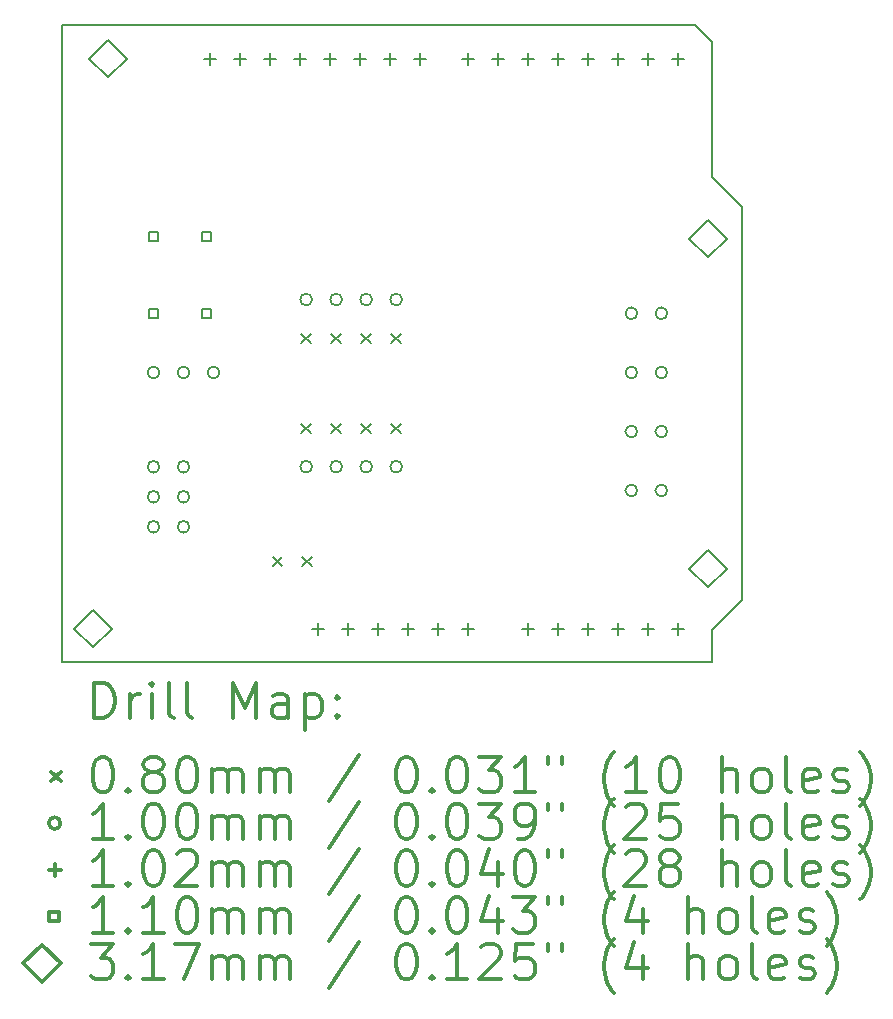
<source format=gbr>
%FSLAX45Y45*%
G04 Gerber Fmt 4.5, Leading zero omitted, Abs format (unit mm)*
G04 Created by KiCad (PCBNEW (5.0.0)) date 10/05/18 03:01:42*
%MOMM*%
%LPD*%
G01*
G04 APERTURE LIST*
%ADD10C,0.200000*%
%ADD11C,0.300000*%
G04 APERTURE END LIST*
D10*
X19478640Y-9426760D02*
X19478640Y-6099360D01*
X19082400Y-4560120D02*
X13723000Y-4560120D01*
X19224640Y-4702360D02*
X19082400Y-4560120D01*
X19224640Y-5845360D02*
X19224640Y-4702360D01*
X19478640Y-6099360D02*
X19224640Y-5845360D01*
X19224640Y-9680760D02*
X19478640Y-9426760D01*
X19224640Y-9950000D02*
X19224640Y-9680760D01*
X13723000Y-9950000D02*
X19224640Y-9950000D01*
X13723000Y-4560120D02*
X13723000Y-9950000D01*
D10*
X15751271Y-7170857D02*
X15831271Y-7250857D01*
X15831271Y-7170857D02*
X15751271Y-7250857D01*
X15751271Y-7932857D02*
X15831271Y-8012857D01*
X15831271Y-7932857D02*
X15751271Y-8012857D01*
X16005271Y-7170857D02*
X16085271Y-7250857D01*
X16085271Y-7170857D02*
X16005271Y-7250857D01*
X16005271Y-7932857D02*
X16085271Y-8012857D01*
X16085271Y-7932857D02*
X16005271Y-8012857D01*
X16259271Y-7170857D02*
X16339271Y-7250857D01*
X16339271Y-7170857D02*
X16259271Y-7250857D01*
X16259271Y-7932857D02*
X16339271Y-8012857D01*
X16339271Y-7932857D02*
X16259271Y-8012857D01*
X16513271Y-7170857D02*
X16593271Y-7250857D01*
X16593271Y-7170857D02*
X16513271Y-7250857D01*
X16513271Y-7932857D02*
X16593271Y-8012857D01*
X16593271Y-7932857D02*
X16513271Y-8012857D01*
X15510000Y-9060000D02*
X15590000Y-9140000D01*
X15590000Y-9060000D02*
X15510000Y-9140000D01*
X15760000Y-9060000D02*
X15840000Y-9140000D01*
X15840000Y-9060000D02*
X15760000Y-9140000D01*
X14550000Y-7500000D02*
G75*
G03X14550000Y-7500000I-50000J0D01*
G01*
X14804000Y-7500000D02*
G75*
G03X14804000Y-7500000I-50000J0D01*
G01*
X15058000Y-7500000D02*
G75*
G03X15058000Y-7500000I-50000J0D01*
G01*
X15842877Y-8298189D02*
G75*
G03X15842877Y-8298189I-50000J0D01*
G01*
X16096877Y-8298189D02*
G75*
G03X16096877Y-8298189I-50000J0D01*
G01*
X16350877Y-8298189D02*
G75*
G03X16350877Y-8298189I-50000J0D01*
G01*
X16604877Y-8298189D02*
G75*
G03X16604877Y-8298189I-50000J0D01*
G01*
X15841861Y-6882901D02*
G75*
G03X15841861Y-6882901I-50000J0D01*
G01*
X16095861Y-6882901D02*
G75*
G03X16095861Y-6882901I-50000J0D01*
G01*
X16349861Y-6882901D02*
G75*
G03X16349861Y-6882901I-50000J0D01*
G01*
X16603861Y-6882901D02*
G75*
G03X16603861Y-6882901I-50000J0D01*
G01*
X18596000Y-8500000D02*
G75*
G03X18596000Y-8500000I-50000J0D01*
G01*
X18850000Y-8500000D02*
G75*
G03X18850000Y-8500000I-50000J0D01*
G01*
X14550000Y-8300000D02*
G75*
G03X14550000Y-8300000I-50000J0D01*
G01*
X14550000Y-8554000D02*
G75*
G03X14550000Y-8554000I-50000J0D01*
G01*
X14550000Y-8808000D02*
G75*
G03X14550000Y-8808000I-50000J0D01*
G01*
X14804000Y-8300000D02*
G75*
G03X14804000Y-8300000I-50000J0D01*
G01*
X14804000Y-8554000D02*
G75*
G03X14804000Y-8554000I-50000J0D01*
G01*
X14804000Y-8808000D02*
G75*
G03X14804000Y-8808000I-50000J0D01*
G01*
X18596000Y-8000000D02*
G75*
G03X18596000Y-8000000I-50000J0D01*
G01*
X18850000Y-8000000D02*
G75*
G03X18850000Y-8000000I-50000J0D01*
G01*
X18596000Y-7000000D02*
G75*
G03X18596000Y-7000000I-50000J0D01*
G01*
X18850000Y-7000000D02*
G75*
G03X18850000Y-7000000I-50000J0D01*
G01*
X18596000Y-7500000D02*
G75*
G03X18596000Y-7500000I-50000J0D01*
G01*
X18850000Y-7500000D02*
G75*
G03X18850000Y-7500000I-50000J0D01*
G01*
X14977600Y-4792250D02*
X14977600Y-4893850D01*
X14926800Y-4843050D02*
X15028400Y-4843050D01*
X15231600Y-4792250D02*
X15231600Y-4893850D01*
X15180800Y-4843050D02*
X15282400Y-4843050D01*
X15485600Y-4792250D02*
X15485600Y-4893850D01*
X15434800Y-4843050D02*
X15536400Y-4843050D01*
X15739600Y-4792250D02*
X15739600Y-4893850D01*
X15688800Y-4843050D02*
X15790400Y-4843050D01*
X15892000Y-9618250D02*
X15892000Y-9719850D01*
X15841200Y-9669050D02*
X15942800Y-9669050D01*
X15993600Y-4792250D02*
X15993600Y-4893850D01*
X15942800Y-4843050D02*
X16044400Y-4843050D01*
X16146000Y-9618250D02*
X16146000Y-9719850D01*
X16095200Y-9669050D02*
X16196800Y-9669050D01*
X16247600Y-4792250D02*
X16247600Y-4893850D01*
X16196800Y-4843050D02*
X16298400Y-4843050D01*
X16400000Y-9618250D02*
X16400000Y-9719850D01*
X16349200Y-9669050D02*
X16450800Y-9669050D01*
X16501600Y-4792250D02*
X16501600Y-4893850D01*
X16450800Y-4843050D02*
X16552400Y-4843050D01*
X16654000Y-9618250D02*
X16654000Y-9719850D01*
X16603200Y-9669050D02*
X16704800Y-9669050D01*
X16755600Y-4792250D02*
X16755600Y-4893850D01*
X16704800Y-4843050D02*
X16806400Y-4843050D01*
X16908000Y-9618250D02*
X16908000Y-9719850D01*
X16857200Y-9669050D02*
X16958800Y-9669050D01*
X17162000Y-4792250D02*
X17162000Y-4893850D01*
X17111200Y-4843050D02*
X17212800Y-4843050D01*
X17162000Y-9618250D02*
X17162000Y-9719850D01*
X17111200Y-9669050D02*
X17212800Y-9669050D01*
X17416000Y-4792250D02*
X17416000Y-4893850D01*
X17365200Y-4843050D02*
X17466800Y-4843050D01*
X17670000Y-4792250D02*
X17670000Y-4893850D01*
X17619200Y-4843050D02*
X17720800Y-4843050D01*
X17670000Y-9618250D02*
X17670000Y-9719850D01*
X17619200Y-9669050D02*
X17720800Y-9669050D01*
X17924000Y-4792250D02*
X17924000Y-4893850D01*
X17873200Y-4843050D02*
X17974800Y-4843050D01*
X17924000Y-9618250D02*
X17924000Y-9719850D01*
X17873200Y-9669050D02*
X17974800Y-9669050D01*
X18178000Y-4792250D02*
X18178000Y-4893850D01*
X18127200Y-4843050D02*
X18228800Y-4843050D01*
X18178000Y-9618250D02*
X18178000Y-9719850D01*
X18127200Y-9669050D02*
X18228800Y-9669050D01*
X18432000Y-4792250D02*
X18432000Y-4893850D01*
X18381200Y-4843050D02*
X18482800Y-4843050D01*
X18432000Y-9618250D02*
X18432000Y-9719850D01*
X18381200Y-9669050D02*
X18482800Y-9669050D01*
X18686000Y-4792250D02*
X18686000Y-4893850D01*
X18635200Y-4843050D02*
X18736800Y-4843050D01*
X18686000Y-9618250D02*
X18686000Y-9719850D01*
X18635200Y-9669050D02*
X18736800Y-9669050D01*
X18940000Y-4792250D02*
X18940000Y-4893850D01*
X18889200Y-4843050D02*
X18990800Y-4843050D01*
X18940000Y-9618250D02*
X18940000Y-9719850D01*
X18889200Y-9669050D02*
X18990800Y-9669050D01*
X14538891Y-6388891D02*
X14538891Y-6311109D01*
X14461109Y-6311109D01*
X14461109Y-6388891D01*
X14538891Y-6388891D01*
X14538891Y-7038891D02*
X14538891Y-6961109D01*
X14461109Y-6961109D01*
X14461109Y-7038891D01*
X14538891Y-7038891D01*
X14988891Y-6388891D02*
X14988891Y-6311109D01*
X14911109Y-6311109D01*
X14911109Y-6388891D01*
X14988891Y-6388891D01*
X14988891Y-7038891D02*
X14988891Y-6961109D01*
X14911109Y-6961109D01*
X14911109Y-7038891D01*
X14988891Y-7038891D01*
X13987000Y-9827800D02*
X14145750Y-9669050D01*
X13987000Y-9510300D01*
X13828250Y-9669050D01*
X13987000Y-9827800D01*
X14114000Y-5001800D02*
X14272750Y-4843050D01*
X14114000Y-4684300D01*
X13955250Y-4843050D01*
X14114000Y-5001800D01*
X19194000Y-6525800D02*
X19352750Y-6367050D01*
X19194000Y-6208300D01*
X19035250Y-6367050D01*
X19194000Y-6525800D01*
X19194000Y-9319800D02*
X19352750Y-9161050D01*
X19194000Y-9002300D01*
X19035250Y-9161050D01*
X19194000Y-9319800D01*
D11*
X13999428Y-10425714D02*
X13999428Y-10125714D01*
X14070857Y-10125714D01*
X14113714Y-10140000D01*
X14142286Y-10168572D01*
X14156571Y-10197143D01*
X14170857Y-10254286D01*
X14170857Y-10297143D01*
X14156571Y-10354286D01*
X14142286Y-10382857D01*
X14113714Y-10411429D01*
X14070857Y-10425714D01*
X13999428Y-10425714D01*
X14299428Y-10425714D02*
X14299428Y-10225714D01*
X14299428Y-10282857D02*
X14313714Y-10254286D01*
X14328000Y-10240000D01*
X14356571Y-10225714D01*
X14385143Y-10225714D01*
X14485143Y-10425714D02*
X14485143Y-10225714D01*
X14485143Y-10125714D02*
X14470857Y-10140000D01*
X14485143Y-10154286D01*
X14499428Y-10140000D01*
X14485143Y-10125714D01*
X14485143Y-10154286D01*
X14670857Y-10425714D02*
X14642286Y-10411429D01*
X14628000Y-10382857D01*
X14628000Y-10125714D01*
X14828000Y-10425714D02*
X14799428Y-10411429D01*
X14785143Y-10382857D01*
X14785143Y-10125714D01*
X15170857Y-10425714D02*
X15170857Y-10125714D01*
X15270857Y-10340000D01*
X15370857Y-10125714D01*
X15370857Y-10425714D01*
X15642286Y-10425714D02*
X15642286Y-10268572D01*
X15628000Y-10240000D01*
X15599428Y-10225714D01*
X15542286Y-10225714D01*
X15513714Y-10240000D01*
X15642286Y-10411429D02*
X15613714Y-10425714D01*
X15542286Y-10425714D01*
X15513714Y-10411429D01*
X15499428Y-10382857D01*
X15499428Y-10354286D01*
X15513714Y-10325714D01*
X15542286Y-10311429D01*
X15613714Y-10311429D01*
X15642286Y-10297143D01*
X15785143Y-10225714D02*
X15785143Y-10525714D01*
X15785143Y-10240000D02*
X15813714Y-10225714D01*
X15870857Y-10225714D01*
X15899428Y-10240000D01*
X15913714Y-10254286D01*
X15928000Y-10282857D01*
X15928000Y-10368572D01*
X15913714Y-10397143D01*
X15899428Y-10411429D01*
X15870857Y-10425714D01*
X15813714Y-10425714D01*
X15785143Y-10411429D01*
X16056571Y-10397143D02*
X16070857Y-10411429D01*
X16056571Y-10425714D01*
X16042286Y-10411429D01*
X16056571Y-10397143D01*
X16056571Y-10425714D01*
X16056571Y-10240000D02*
X16070857Y-10254286D01*
X16056571Y-10268572D01*
X16042286Y-10254286D01*
X16056571Y-10240000D01*
X16056571Y-10268572D01*
X13633000Y-10880000D02*
X13713000Y-10960000D01*
X13713000Y-10880000D02*
X13633000Y-10960000D01*
X14056571Y-10755714D02*
X14085143Y-10755714D01*
X14113714Y-10770000D01*
X14128000Y-10784286D01*
X14142286Y-10812857D01*
X14156571Y-10870000D01*
X14156571Y-10941429D01*
X14142286Y-10998572D01*
X14128000Y-11027143D01*
X14113714Y-11041429D01*
X14085143Y-11055714D01*
X14056571Y-11055714D01*
X14028000Y-11041429D01*
X14013714Y-11027143D01*
X13999428Y-10998572D01*
X13985143Y-10941429D01*
X13985143Y-10870000D01*
X13999428Y-10812857D01*
X14013714Y-10784286D01*
X14028000Y-10770000D01*
X14056571Y-10755714D01*
X14285143Y-11027143D02*
X14299428Y-11041429D01*
X14285143Y-11055714D01*
X14270857Y-11041429D01*
X14285143Y-11027143D01*
X14285143Y-11055714D01*
X14470857Y-10884286D02*
X14442286Y-10870000D01*
X14428000Y-10855714D01*
X14413714Y-10827143D01*
X14413714Y-10812857D01*
X14428000Y-10784286D01*
X14442286Y-10770000D01*
X14470857Y-10755714D01*
X14528000Y-10755714D01*
X14556571Y-10770000D01*
X14570857Y-10784286D01*
X14585143Y-10812857D01*
X14585143Y-10827143D01*
X14570857Y-10855714D01*
X14556571Y-10870000D01*
X14528000Y-10884286D01*
X14470857Y-10884286D01*
X14442286Y-10898572D01*
X14428000Y-10912857D01*
X14413714Y-10941429D01*
X14413714Y-10998572D01*
X14428000Y-11027143D01*
X14442286Y-11041429D01*
X14470857Y-11055714D01*
X14528000Y-11055714D01*
X14556571Y-11041429D01*
X14570857Y-11027143D01*
X14585143Y-10998572D01*
X14585143Y-10941429D01*
X14570857Y-10912857D01*
X14556571Y-10898572D01*
X14528000Y-10884286D01*
X14770857Y-10755714D02*
X14799428Y-10755714D01*
X14828000Y-10770000D01*
X14842286Y-10784286D01*
X14856571Y-10812857D01*
X14870857Y-10870000D01*
X14870857Y-10941429D01*
X14856571Y-10998572D01*
X14842286Y-11027143D01*
X14828000Y-11041429D01*
X14799428Y-11055714D01*
X14770857Y-11055714D01*
X14742286Y-11041429D01*
X14728000Y-11027143D01*
X14713714Y-10998572D01*
X14699428Y-10941429D01*
X14699428Y-10870000D01*
X14713714Y-10812857D01*
X14728000Y-10784286D01*
X14742286Y-10770000D01*
X14770857Y-10755714D01*
X14999428Y-11055714D02*
X14999428Y-10855714D01*
X14999428Y-10884286D02*
X15013714Y-10870000D01*
X15042286Y-10855714D01*
X15085143Y-10855714D01*
X15113714Y-10870000D01*
X15128000Y-10898572D01*
X15128000Y-11055714D01*
X15128000Y-10898572D02*
X15142286Y-10870000D01*
X15170857Y-10855714D01*
X15213714Y-10855714D01*
X15242286Y-10870000D01*
X15256571Y-10898572D01*
X15256571Y-11055714D01*
X15399428Y-11055714D02*
X15399428Y-10855714D01*
X15399428Y-10884286D02*
X15413714Y-10870000D01*
X15442286Y-10855714D01*
X15485143Y-10855714D01*
X15513714Y-10870000D01*
X15528000Y-10898572D01*
X15528000Y-11055714D01*
X15528000Y-10898572D02*
X15542286Y-10870000D01*
X15570857Y-10855714D01*
X15613714Y-10855714D01*
X15642286Y-10870000D01*
X15656571Y-10898572D01*
X15656571Y-11055714D01*
X16242286Y-10741429D02*
X15985143Y-11127143D01*
X16628000Y-10755714D02*
X16656571Y-10755714D01*
X16685143Y-10770000D01*
X16699428Y-10784286D01*
X16713714Y-10812857D01*
X16728000Y-10870000D01*
X16728000Y-10941429D01*
X16713714Y-10998572D01*
X16699428Y-11027143D01*
X16685143Y-11041429D01*
X16656571Y-11055714D01*
X16628000Y-11055714D01*
X16599428Y-11041429D01*
X16585143Y-11027143D01*
X16570857Y-10998572D01*
X16556571Y-10941429D01*
X16556571Y-10870000D01*
X16570857Y-10812857D01*
X16585143Y-10784286D01*
X16599428Y-10770000D01*
X16628000Y-10755714D01*
X16856571Y-11027143D02*
X16870857Y-11041429D01*
X16856571Y-11055714D01*
X16842286Y-11041429D01*
X16856571Y-11027143D01*
X16856571Y-11055714D01*
X17056571Y-10755714D02*
X17085143Y-10755714D01*
X17113714Y-10770000D01*
X17128000Y-10784286D01*
X17142286Y-10812857D01*
X17156571Y-10870000D01*
X17156571Y-10941429D01*
X17142286Y-10998572D01*
X17128000Y-11027143D01*
X17113714Y-11041429D01*
X17085143Y-11055714D01*
X17056571Y-11055714D01*
X17028000Y-11041429D01*
X17013714Y-11027143D01*
X16999428Y-10998572D01*
X16985143Y-10941429D01*
X16985143Y-10870000D01*
X16999428Y-10812857D01*
X17013714Y-10784286D01*
X17028000Y-10770000D01*
X17056571Y-10755714D01*
X17256571Y-10755714D02*
X17442286Y-10755714D01*
X17342286Y-10870000D01*
X17385143Y-10870000D01*
X17413714Y-10884286D01*
X17428000Y-10898572D01*
X17442286Y-10927143D01*
X17442286Y-10998572D01*
X17428000Y-11027143D01*
X17413714Y-11041429D01*
X17385143Y-11055714D01*
X17299428Y-11055714D01*
X17270857Y-11041429D01*
X17256571Y-11027143D01*
X17728000Y-11055714D02*
X17556571Y-11055714D01*
X17642286Y-11055714D02*
X17642286Y-10755714D01*
X17613714Y-10798572D01*
X17585143Y-10827143D01*
X17556571Y-10841429D01*
X17842286Y-10755714D02*
X17842286Y-10812857D01*
X17956571Y-10755714D02*
X17956571Y-10812857D01*
X18399428Y-11170000D02*
X18385143Y-11155714D01*
X18356571Y-11112857D01*
X18342286Y-11084286D01*
X18328000Y-11041429D01*
X18313714Y-10970000D01*
X18313714Y-10912857D01*
X18328000Y-10841429D01*
X18342286Y-10798572D01*
X18356571Y-10770000D01*
X18385143Y-10727143D01*
X18399428Y-10712857D01*
X18670857Y-11055714D02*
X18499428Y-11055714D01*
X18585143Y-11055714D02*
X18585143Y-10755714D01*
X18556571Y-10798572D01*
X18528000Y-10827143D01*
X18499428Y-10841429D01*
X18856571Y-10755714D02*
X18885143Y-10755714D01*
X18913714Y-10770000D01*
X18928000Y-10784286D01*
X18942286Y-10812857D01*
X18956571Y-10870000D01*
X18956571Y-10941429D01*
X18942286Y-10998572D01*
X18928000Y-11027143D01*
X18913714Y-11041429D01*
X18885143Y-11055714D01*
X18856571Y-11055714D01*
X18828000Y-11041429D01*
X18813714Y-11027143D01*
X18799428Y-10998572D01*
X18785143Y-10941429D01*
X18785143Y-10870000D01*
X18799428Y-10812857D01*
X18813714Y-10784286D01*
X18828000Y-10770000D01*
X18856571Y-10755714D01*
X19313714Y-11055714D02*
X19313714Y-10755714D01*
X19442286Y-11055714D02*
X19442286Y-10898572D01*
X19428000Y-10870000D01*
X19399428Y-10855714D01*
X19356571Y-10855714D01*
X19328000Y-10870000D01*
X19313714Y-10884286D01*
X19628000Y-11055714D02*
X19599428Y-11041429D01*
X19585143Y-11027143D01*
X19570857Y-10998572D01*
X19570857Y-10912857D01*
X19585143Y-10884286D01*
X19599428Y-10870000D01*
X19628000Y-10855714D01*
X19670857Y-10855714D01*
X19699428Y-10870000D01*
X19713714Y-10884286D01*
X19728000Y-10912857D01*
X19728000Y-10998572D01*
X19713714Y-11027143D01*
X19699428Y-11041429D01*
X19670857Y-11055714D01*
X19628000Y-11055714D01*
X19899428Y-11055714D02*
X19870857Y-11041429D01*
X19856571Y-11012857D01*
X19856571Y-10755714D01*
X20128000Y-11041429D02*
X20099428Y-11055714D01*
X20042286Y-11055714D01*
X20013714Y-11041429D01*
X19999428Y-11012857D01*
X19999428Y-10898572D01*
X20013714Y-10870000D01*
X20042286Y-10855714D01*
X20099428Y-10855714D01*
X20128000Y-10870000D01*
X20142286Y-10898572D01*
X20142286Y-10927143D01*
X19999428Y-10955714D01*
X20256571Y-11041429D02*
X20285143Y-11055714D01*
X20342286Y-11055714D01*
X20370857Y-11041429D01*
X20385143Y-11012857D01*
X20385143Y-10998572D01*
X20370857Y-10970000D01*
X20342286Y-10955714D01*
X20299428Y-10955714D01*
X20270857Y-10941429D01*
X20256571Y-10912857D01*
X20256571Y-10898572D01*
X20270857Y-10870000D01*
X20299428Y-10855714D01*
X20342286Y-10855714D01*
X20370857Y-10870000D01*
X20485143Y-11170000D02*
X20499428Y-11155714D01*
X20528000Y-11112857D01*
X20542286Y-11084286D01*
X20556571Y-11041429D01*
X20570857Y-10970000D01*
X20570857Y-10912857D01*
X20556571Y-10841429D01*
X20542286Y-10798572D01*
X20528000Y-10770000D01*
X20499428Y-10727143D01*
X20485143Y-10712857D01*
X13713000Y-11316000D02*
G75*
G03X13713000Y-11316000I-50000J0D01*
G01*
X14156571Y-11451714D02*
X13985143Y-11451714D01*
X14070857Y-11451714D02*
X14070857Y-11151714D01*
X14042286Y-11194571D01*
X14013714Y-11223143D01*
X13985143Y-11237429D01*
X14285143Y-11423143D02*
X14299428Y-11437429D01*
X14285143Y-11451714D01*
X14270857Y-11437429D01*
X14285143Y-11423143D01*
X14285143Y-11451714D01*
X14485143Y-11151714D02*
X14513714Y-11151714D01*
X14542286Y-11166000D01*
X14556571Y-11180286D01*
X14570857Y-11208857D01*
X14585143Y-11266000D01*
X14585143Y-11337429D01*
X14570857Y-11394571D01*
X14556571Y-11423143D01*
X14542286Y-11437429D01*
X14513714Y-11451714D01*
X14485143Y-11451714D01*
X14456571Y-11437429D01*
X14442286Y-11423143D01*
X14428000Y-11394571D01*
X14413714Y-11337429D01*
X14413714Y-11266000D01*
X14428000Y-11208857D01*
X14442286Y-11180286D01*
X14456571Y-11166000D01*
X14485143Y-11151714D01*
X14770857Y-11151714D02*
X14799428Y-11151714D01*
X14828000Y-11166000D01*
X14842286Y-11180286D01*
X14856571Y-11208857D01*
X14870857Y-11266000D01*
X14870857Y-11337429D01*
X14856571Y-11394571D01*
X14842286Y-11423143D01*
X14828000Y-11437429D01*
X14799428Y-11451714D01*
X14770857Y-11451714D01*
X14742286Y-11437429D01*
X14728000Y-11423143D01*
X14713714Y-11394571D01*
X14699428Y-11337429D01*
X14699428Y-11266000D01*
X14713714Y-11208857D01*
X14728000Y-11180286D01*
X14742286Y-11166000D01*
X14770857Y-11151714D01*
X14999428Y-11451714D02*
X14999428Y-11251714D01*
X14999428Y-11280286D02*
X15013714Y-11266000D01*
X15042286Y-11251714D01*
X15085143Y-11251714D01*
X15113714Y-11266000D01*
X15128000Y-11294571D01*
X15128000Y-11451714D01*
X15128000Y-11294571D02*
X15142286Y-11266000D01*
X15170857Y-11251714D01*
X15213714Y-11251714D01*
X15242286Y-11266000D01*
X15256571Y-11294571D01*
X15256571Y-11451714D01*
X15399428Y-11451714D02*
X15399428Y-11251714D01*
X15399428Y-11280286D02*
X15413714Y-11266000D01*
X15442286Y-11251714D01*
X15485143Y-11251714D01*
X15513714Y-11266000D01*
X15528000Y-11294571D01*
X15528000Y-11451714D01*
X15528000Y-11294571D02*
X15542286Y-11266000D01*
X15570857Y-11251714D01*
X15613714Y-11251714D01*
X15642286Y-11266000D01*
X15656571Y-11294571D01*
X15656571Y-11451714D01*
X16242286Y-11137429D02*
X15985143Y-11523143D01*
X16628000Y-11151714D02*
X16656571Y-11151714D01*
X16685143Y-11166000D01*
X16699428Y-11180286D01*
X16713714Y-11208857D01*
X16728000Y-11266000D01*
X16728000Y-11337429D01*
X16713714Y-11394571D01*
X16699428Y-11423143D01*
X16685143Y-11437429D01*
X16656571Y-11451714D01*
X16628000Y-11451714D01*
X16599428Y-11437429D01*
X16585143Y-11423143D01*
X16570857Y-11394571D01*
X16556571Y-11337429D01*
X16556571Y-11266000D01*
X16570857Y-11208857D01*
X16585143Y-11180286D01*
X16599428Y-11166000D01*
X16628000Y-11151714D01*
X16856571Y-11423143D02*
X16870857Y-11437429D01*
X16856571Y-11451714D01*
X16842286Y-11437429D01*
X16856571Y-11423143D01*
X16856571Y-11451714D01*
X17056571Y-11151714D02*
X17085143Y-11151714D01*
X17113714Y-11166000D01*
X17128000Y-11180286D01*
X17142286Y-11208857D01*
X17156571Y-11266000D01*
X17156571Y-11337429D01*
X17142286Y-11394571D01*
X17128000Y-11423143D01*
X17113714Y-11437429D01*
X17085143Y-11451714D01*
X17056571Y-11451714D01*
X17028000Y-11437429D01*
X17013714Y-11423143D01*
X16999428Y-11394571D01*
X16985143Y-11337429D01*
X16985143Y-11266000D01*
X16999428Y-11208857D01*
X17013714Y-11180286D01*
X17028000Y-11166000D01*
X17056571Y-11151714D01*
X17256571Y-11151714D02*
X17442286Y-11151714D01*
X17342286Y-11266000D01*
X17385143Y-11266000D01*
X17413714Y-11280286D01*
X17428000Y-11294571D01*
X17442286Y-11323143D01*
X17442286Y-11394571D01*
X17428000Y-11423143D01*
X17413714Y-11437429D01*
X17385143Y-11451714D01*
X17299428Y-11451714D01*
X17270857Y-11437429D01*
X17256571Y-11423143D01*
X17585143Y-11451714D02*
X17642286Y-11451714D01*
X17670857Y-11437429D01*
X17685143Y-11423143D01*
X17713714Y-11380286D01*
X17728000Y-11323143D01*
X17728000Y-11208857D01*
X17713714Y-11180286D01*
X17699428Y-11166000D01*
X17670857Y-11151714D01*
X17613714Y-11151714D01*
X17585143Y-11166000D01*
X17570857Y-11180286D01*
X17556571Y-11208857D01*
X17556571Y-11280286D01*
X17570857Y-11308857D01*
X17585143Y-11323143D01*
X17613714Y-11337429D01*
X17670857Y-11337429D01*
X17699428Y-11323143D01*
X17713714Y-11308857D01*
X17728000Y-11280286D01*
X17842286Y-11151714D02*
X17842286Y-11208857D01*
X17956571Y-11151714D02*
X17956571Y-11208857D01*
X18399428Y-11566000D02*
X18385143Y-11551714D01*
X18356571Y-11508857D01*
X18342286Y-11480286D01*
X18328000Y-11437429D01*
X18313714Y-11366000D01*
X18313714Y-11308857D01*
X18328000Y-11237429D01*
X18342286Y-11194571D01*
X18356571Y-11166000D01*
X18385143Y-11123143D01*
X18399428Y-11108857D01*
X18499428Y-11180286D02*
X18513714Y-11166000D01*
X18542286Y-11151714D01*
X18613714Y-11151714D01*
X18642286Y-11166000D01*
X18656571Y-11180286D01*
X18670857Y-11208857D01*
X18670857Y-11237429D01*
X18656571Y-11280286D01*
X18485143Y-11451714D01*
X18670857Y-11451714D01*
X18942286Y-11151714D02*
X18799428Y-11151714D01*
X18785143Y-11294571D01*
X18799428Y-11280286D01*
X18828000Y-11266000D01*
X18899428Y-11266000D01*
X18928000Y-11280286D01*
X18942286Y-11294571D01*
X18956571Y-11323143D01*
X18956571Y-11394571D01*
X18942286Y-11423143D01*
X18928000Y-11437429D01*
X18899428Y-11451714D01*
X18828000Y-11451714D01*
X18799428Y-11437429D01*
X18785143Y-11423143D01*
X19313714Y-11451714D02*
X19313714Y-11151714D01*
X19442286Y-11451714D02*
X19442286Y-11294571D01*
X19428000Y-11266000D01*
X19399428Y-11251714D01*
X19356571Y-11251714D01*
X19328000Y-11266000D01*
X19313714Y-11280286D01*
X19628000Y-11451714D02*
X19599428Y-11437429D01*
X19585143Y-11423143D01*
X19570857Y-11394571D01*
X19570857Y-11308857D01*
X19585143Y-11280286D01*
X19599428Y-11266000D01*
X19628000Y-11251714D01*
X19670857Y-11251714D01*
X19699428Y-11266000D01*
X19713714Y-11280286D01*
X19728000Y-11308857D01*
X19728000Y-11394571D01*
X19713714Y-11423143D01*
X19699428Y-11437429D01*
X19670857Y-11451714D01*
X19628000Y-11451714D01*
X19899428Y-11451714D02*
X19870857Y-11437429D01*
X19856571Y-11408857D01*
X19856571Y-11151714D01*
X20128000Y-11437429D02*
X20099428Y-11451714D01*
X20042286Y-11451714D01*
X20013714Y-11437429D01*
X19999428Y-11408857D01*
X19999428Y-11294571D01*
X20013714Y-11266000D01*
X20042286Y-11251714D01*
X20099428Y-11251714D01*
X20128000Y-11266000D01*
X20142286Y-11294571D01*
X20142286Y-11323143D01*
X19999428Y-11351714D01*
X20256571Y-11437429D02*
X20285143Y-11451714D01*
X20342286Y-11451714D01*
X20370857Y-11437429D01*
X20385143Y-11408857D01*
X20385143Y-11394571D01*
X20370857Y-11366000D01*
X20342286Y-11351714D01*
X20299428Y-11351714D01*
X20270857Y-11337429D01*
X20256571Y-11308857D01*
X20256571Y-11294571D01*
X20270857Y-11266000D01*
X20299428Y-11251714D01*
X20342286Y-11251714D01*
X20370857Y-11266000D01*
X20485143Y-11566000D02*
X20499428Y-11551714D01*
X20528000Y-11508857D01*
X20542286Y-11480286D01*
X20556571Y-11437429D01*
X20570857Y-11366000D01*
X20570857Y-11308857D01*
X20556571Y-11237429D01*
X20542286Y-11194571D01*
X20528000Y-11166000D01*
X20499428Y-11123143D01*
X20485143Y-11108857D01*
X13662200Y-11661200D02*
X13662200Y-11762800D01*
X13611400Y-11712000D02*
X13713000Y-11712000D01*
X14156571Y-11847714D02*
X13985143Y-11847714D01*
X14070857Y-11847714D02*
X14070857Y-11547714D01*
X14042286Y-11590571D01*
X14013714Y-11619143D01*
X13985143Y-11633429D01*
X14285143Y-11819143D02*
X14299428Y-11833429D01*
X14285143Y-11847714D01*
X14270857Y-11833429D01*
X14285143Y-11819143D01*
X14285143Y-11847714D01*
X14485143Y-11547714D02*
X14513714Y-11547714D01*
X14542286Y-11562000D01*
X14556571Y-11576286D01*
X14570857Y-11604857D01*
X14585143Y-11662000D01*
X14585143Y-11733429D01*
X14570857Y-11790571D01*
X14556571Y-11819143D01*
X14542286Y-11833429D01*
X14513714Y-11847714D01*
X14485143Y-11847714D01*
X14456571Y-11833429D01*
X14442286Y-11819143D01*
X14428000Y-11790571D01*
X14413714Y-11733429D01*
X14413714Y-11662000D01*
X14428000Y-11604857D01*
X14442286Y-11576286D01*
X14456571Y-11562000D01*
X14485143Y-11547714D01*
X14699428Y-11576286D02*
X14713714Y-11562000D01*
X14742286Y-11547714D01*
X14813714Y-11547714D01*
X14842286Y-11562000D01*
X14856571Y-11576286D01*
X14870857Y-11604857D01*
X14870857Y-11633429D01*
X14856571Y-11676286D01*
X14685143Y-11847714D01*
X14870857Y-11847714D01*
X14999428Y-11847714D02*
X14999428Y-11647714D01*
X14999428Y-11676286D02*
X15013714Y-11662000D01*
X15042286Y-11647714D01*
X15085143Y-11647714D01*
X15113714Y-11662000D01*
X15128000Y-11690571D01*
X15128000Y-11847714D01*
X15128000Y-11690571D02*
X15142286Y-11662000D01*
X15170857Y-11647714D01*
X15213714Y-11647714D01*
X15242286Y-11662000D01*
X15256571Y-11690571D01*
X15256571Y-11847714D01*
X15399428Y-11847714D02*
X15399428Y-11647714D01*
X15399428Y-11676286D02*
X15413714Y-11662000D01*
X15442286Y-11647714D01*
X15485143Y-11647714D01*
X15513714Y-11662000D01*
X15528000Y-11690571D01*
X15528000Y-11847714D01*
X15528000Y-11690571D02*
X15542286Y-11662000D01*
X15570857Y-11647714D01*
X15613714Y-11647714D01*
X15642286Y-11662000D01*
X15656571Y-11690571D01*
X15656571Y-11847714D01*
X16242286Y-11533429D02*
X15985143Y-11919143D01*
X16628000Y-11547714D02*
X16656571Y-11547714D01*
X16685143Y-11562000D01*
X16699428Y-11576286D01*
X16713714Y-11604857D01*
X16728000Y-11662000D01*
X16728000Y-11733429D01*
X16713714Y-11790571D01*
X16699428Y-11819143D01*
X16685143Y-11833429D01*
X16656571Y-11847714D01*
X16628000Y-11847714D01*
X16599428Y-11833429D01*
X16585143Y-11819143D01*
X16570857Y-11790571D01*
X16556571Y-11733429D01*
X16556571Y-11662000D01*
X16570857Y-11604857D01*
X16585143Y-11576286D01*
X16599428Y-11562000D01*
X16628000Y-11547714D01*
X16856571Y-11819143D02*
X16870857Y-11833429D01*
X16856571Y-11847714D01*
X16842286Y-11833429D01*
X16856571Y-11819143D01*
X16856571Y-11847714D01*
X17056571Y-11547714D02*
X17085143Y-11547714D01*
X17113714Y-11562000D01*
X17128000Y-11576286D01*
X17142286Y-11604857D01*
X17156571Y-11662000D01*
X17156571Y-11733429D01*
X17142286Y-11790571D01*
X17128000Y-11819143D01*
X17113714Y-11833429D01*
X17085143Y-11847714D01*
X17056571Y-11847714D01*
X17028000Y-11833429D01*
X17013714Y-11819143D01*
X16999428Y-11790571D01*
X16985143Y-11733429D01*
X16985143Y-11662000D01*
X16999428Y-11604857D01*
X17013714Y-11576286D01*
X17028000Y-11562000D01*
X17056571Y-11547714D01*
X17413714Y-11647714D02*
X17413714Y-11847714D01*
X17342286Y-11533429D02*
X17270857Y-11747714D01*
X17456571Y-11747714D01*
X17628000Y-11547714D02*
X17656571Y-11547714D01*
X17685143Y-11562000D01*
X17699428Y-11576286D01*
X17713714Y-11604857D01*
X17728000Y-11662000D01*
X17728000Y-11733429D01*
X17713714Y-11790571D01*
X17699428Y-11819143D01*
X17685143Y-11833429D01*
X17656571Y-11847714D01*
X17628000Y-11847714D01*
X17599428Y-11833429D01*
X17585143Y-11819143D01*
X17570857Y-11790571D01*
X17556571Y-11733429D01*
X17556571Y-11662000D01*
X17570857Y-11604857D01*
X17585143Y-11576286D01*
X17599428Y-11562000D01*
X17628000Y-11547714D01*
X17842286Y-11547714D02*
X17842286Y-11604857D01*
X17956571Y-11547714D02*
X17956571Y-11604857D01*
X18399428Y-11962000D02*
X18385143Y-11947714D01*
X18356571Y-11904857D01*
X18342286Y-11876286D01*
X18328000Y-11833429D01*
X18313714Y-11762000D01*
X18313714Y-11704857D01*
X18328000Y-11633429D01*
X18342286Y-11590571D01*
X18356571Y-11562000D01*
X18385143Y-11519143D01*
X18399428Y-11504857D01*
X18499428Y-11576286D02*
X18513714Y-11562000D01*
X18542286Y-11547714D01*
X18613714Y-11547714D01*
X18642286Y-11562000D01*
X18656571Y-11576286D01*
X18670857Y-11604857D01*
X18670857Y-11633429D01*
X18656571Y-11676286D01*
X18485143Y-11847714D01*
X18670857Y-11847714D01*
X18842286Y-11676286D02*
X18813714Y-11662000D01*
X18799428Y-11647714D01*
X18785143Y-11619143D01*
X18785143Y-11604857D01*
X18799428Y-11576286D01*
X18813714Y-11562000D01*
X18842286Y-11547714D01*
X18899428Y-11547714D01*
X18928000Y-11562000D01*
X18942286Y-11576286D01*
X18956571Y-11604857D01*
X18956571Y-11619143D01*
X18942286Y-11647714D01*
X18928000Y-11662000D01*
X18899428Y-11676286D01*
X18842286Y-11676286D01*
X18813714Y-11690571D01*
X18799428Y-11704857D01*
X18785143Y-11733429D01*
X18785143Y-11790571D01*
X18799428Y-11819143D01*
X18813714Y-11833429D01*
X18842286Y-11847714D01*
X18899428Y-11847714D01*
X18928000Y-11833429D01*
X18942286Y-11819143D01*
X18956571Y-11790571D01*
X18956571Y-11733429D01*
X18942286Y-11704857D01*
X18928000Y-11690571D01*
X18899428Y-11676286D01*
X19313714Y-11847714D02*
X19313714Y-11547714D01*
X19442286Y-11847714D02*
X19442286Y-11690571D01*
X19428000Y-11662000D01*
X19399428Y-11647714D01*
X19356571Y-11647714D01*
X19328000Y-11662000D01*
X19313714Y-11676286D01*
X19628000Y-11847714D02*
X19599428Y-11833429D01*
X19585143Y-11819143D01*
X19570857Y-11790571D01*
X19570857Y-11704857D01*
X19585143Y-11676286D01*
X19599428Y-11662000D01*
X19628000Y-11647714D01*
X19670857Y-11647714D01*
X19699428Y-11662000D01*
X19713714Y-11676286D01*
X19728000Y-11704857D01*
X19728000Y-11790571D01*
X19713714Y-11819143D01*
X19699428Y-11833429D01*
X19670857Y-11847714D01*
X19628000Y-11847714D01*
X19899428Y-11847714D02*
X19870857Y-11833429D01*
X19856571Y-11804857D01*
X19856571Y-11547714D01*
X20128000Y-11833429D02*
X20099428Y-11847714D01*
X20042286Y-11847714D01*
X20013714Y-11833429D01*
X19999428Y-11804857D01*
X19999428Y-11690571D01*
X20013714Y-11662000D01*
X20042286Y-11647714D01*
X20099428Y-11647714D01*
X20128000Y-11662000D01*
X20142286Y-11690571D01*
X20142286Y-11719143D01*
X19999428Y-11747714D01*
X20256571Y-11833429D02*
X20285143Y-11847714D01*
X20342286Y-11847714D01*
X20370857Y-11833429D01*
X20385143Y-11804857D01*
X20385143Y-11790571D01*
X20370857Y-11762000D01*
X20342286Y-11747714D01*
X20299428Y-11747714D01*
X20270857Y-11733429D01*
X20256571Y-11704857D01*
X20256571Y-11690571D01*
X20270857Y-11662000D01*
X20299428Y-11647714D01*
X20342286Y-11647714D01*
X20370857Y-11662000D01*
X20485143Y-11962000D02*
X20499428Y-11947714D01*
X20528000Y-11904857D01*
X20542286Y-11876286D01*
X20556571Y-11833429D01*
X20570857Y-11762000D01*
X20570857Y-11704857D01*
X20556571Y-11633429D01*
X20542286Y-11590571D01*
X20528000Y-11562000D01*
X20499428Y-11519143D01*
X20485143Y-11504857D01*
X13696891Y-12146891D02*
X13696891Y-12069109D01*
X13619109Y-12069109D01*
X13619109Y-12146891D01*
X13696891Y-12146891D01*
X14156571Y-12243714D02*
X13985143Y-12243714D01*
X14070857Y-12243714D02*
X14070857Y-11943714D01*
X14042286Y-11986571D01*
X14013714Y-12015143D01*
X13985143Y-12029429D01*
X14285143Y-12215143D02*
X14299428Y-12229429D01*
X14285143Y-12243714D01*
X14270857Y-12229429D01*
X14285143Y-12215143D01*
X14285143Y-12243714D01*
X14585143Y-12243714D02*
X14413714Y-12243714D01*
X14499428Y-12243714D02*
X14499428Y-11943714D01*
X14470857Y-11986571D01*
X14442286Y-12015143D01*
X14413714Y-12029429D01*
X14770857Y-11943714D02*
X14799428Y-11943714D01*
X14828000Y-11958000D01*
X14842286Y-11972286D01*
X14856571Y-12000857D01*
X14870857Y-12058000D01*
X14870857Y-12129429D01*
X14856571Y-12186571D01*
X14842286Y-12215143D01*
X14828000Y-12229429D01*
X14799428Y-12243714D01*
X14770857Y-12243714D01*
X14742286Y-12229429D01*
X14728000Y-12215143D01*
X14713714Y-12186571D01*
X14699428Y-12129429D01*
X14699428Y-12058000D01*
X14713714Y-12000857D01*
X14728000Y-11972286D01*
X14742286Y-11958000D01*
X14770857Y-11943714D01*
X14999428Y-12243714D02*
X14999428Y-12043714D01*
X14999428Y-12072286D02*
X15013714Y-12058000D01*
X15042286Y-12043714D01*
X15085143Y-12043714D01*
X15113714Y-12058000D01*
X15128000Y-12086571D01*
X15128000Y-12243714D01*
X15128000Y-12086571D02*
X15142286Y-12058000D01*
X15170857Y-12043714D01*
X15213714Y-12043714D01*
X15242286Y-12058000D01*
X15256571Y-12086571D01*
X15256571Y-12243714D01*
X15399428Y-12243714D02*
X15399428Y-12043714D01*
X15399428Y-12072286D02*
X15413714Y-12058000D01*
X15442286Y-12043714D01*
X15485143Y-12043714D01*
X15513714Y-12058000D01*
X15528000Y-12086571D01*
X15528000Y-12243714D01*
X15528000Y-12086571D02*
X15542286Y-12058000D01*
X15570857Y-12043714D01*
X15613714Y-12043714D01*
X15642286Y-12058000D01*
X15656571Y-12086571D01*
X15656571Y-12243714D01*
X16242286Y-11929429D02*
X15985143Y-12315143D01*
X16628000Y-11943714D02*
X16656571Y-11943714D01*
X16685143Y-11958000D01*
X16699428Y-11972286D01*
X16713714Y-12000857D01*
X16728000Y-12058000D01*
X16728000Y-12129429D01*
X16713714Y-12186571D01*
X16699428Y-12215143D01*
X16685143Y-12229429D01*
X16656571Y-12243714D01*
X16628000Y-12243714D01*
X16599428Y-12229429D01*
X16585143Y-12215143D01*
X16570857Y-12186571D01*
X16556571Y-12129429D01*
X16556571Y-12058000D01*
X16570857Y-12000857D01*
X16585143Y-11972286D01*
X16599428Y-11958000D01*
X16628000Y-11943714D01*
X16856571Y-12215143D02*
X16870857Y-12229429D01*
X16856571Y-12243714D01*
X16842286Y-12229429D01*
X16856571Y-12215143D01*
X16856571Y-12243714D01*
X17056571Y-11943714D02*
X17085143Y-11943714D01*
X17113714Y-11958000D01*
X17128000Y-11972286D01*
X17142286Y-12000857D01*
X17156571Y-12058000D01*
X17156571Y-12129429D01*
X17142286Y-12186571D01*
X17128000Y-12215143D01*
X17113714Y-12229429D01*
X17085143Y-12243714D01*
X17056571Y-12243714D01*
X17028000Y-12229429D01*
X17013714Y-12215143D01*
X16999428Y-12186571D01*
X16985143Y-12129429D01*
X16985143Y-12058000D01*
X16999428Y-12000857D01*
X17013714Y-11972286D01*
X17028000Y-11958000D01*
X17056571Y-11943714D01*
X17413714Y-12043714D02*
X17413714Y-12243714D01*
X17342286Y-11929429D02*
X17270857Y-12143714D01*
X17456571Y-12143714D01*
X17542286Y-11943714D02*
X17728000Y-11943714D01*
X17628000Y-12058000D01*
X17670857Y-12058000D01*
X17699428Y-12072286D01*
X17713714Y-12086571D01*
X17728000Y-12115143D01*
X17728000Y-12186571D01*
X17713714Y-12215143D01*
X17699428Y-12229429D01*
X17670857Y-12243714D01*
X17585143Y-12243714D01*
X17556571Y-12229429D01*
X17542286Y-12215143D01*
X17842286Y-11943714D02*
X17842286Y-12000857D01*
X17956571Y-11943714D02*
X17956571Y-12000857D01*
X18399428Y-12358000D02*
X18385143Y-12343714D01*
X18356571Y-12300857D01*
X18342286Y-12272286D01*
X18328000Y-12229429D01*
X18313714Y-12158000D01*
X18313714Y-12100857D01*
X18328000Y-12029429D01*
X18342286Y-11986571D01*
X18356571Y-11958000D01*
X18385143Y-11915143D01*
X18399428Y-11900857D01*
X18642286Y-12043714D02*
X18642286Y-12243714D01*
X18570857Y-11929429D02*
X18499428Y-12143714D01*
X18685143Y-12143714D01*
X19028000Y-12243714D02*
X19028000Y-11943714D01*
X19156571Y-12243714D02*
X19156571Y-12086571D01*
X19142286Y-12058000D01*
X19113714Y-12043714D01*
X19070857Y-12043714D01*
X19042286Y-12058000D01*
X19028000Y-12072286D01*
X19342286Y-12243714D02*
X19313714Y-12229429D01*
X19299428Y-12215143D01*
X19285143Y-12186571D01*
X19285143Y-12100857D01*
X19299428Y-12072286D01*
X19313714Y-12058000D01*
X19342286Y-12043714D01*
X19385143Y-12043714D01*
X19413714Y-12058000D01*
X19428000Y-12072286D01*
X19442286Y-12100857D01*
X19442286Y-12186571D01*
X19428000Y-12215143D01*
X19413714Y-12229429D01*
X19385143Y-12243714D01*
X19342286Y-12243714D01*
X19613714Y-12243714D02*
X19585143Y-12229429D01*
X19570857Y-12200857D01*
X19570857Y-11943714D01*
X19842286Y-12229429D02*
X19813714Y-12243714D01*
X19756571Y-12243714D01*
X19728000Y-12229429D01*
X19713714Y-12200857D01*
X19713714Y-12086571D01*
X19728000Y-12058000D01*
X19756571Y-12043714D01*
X19813714Y-12043714D01*
X19842286Y-12058000D01*
X19856571Y-12086571D01*
X19856571Y-12115143D01*
X19713714Y-12143714D01*
X19970857Y-12229429D02*
X19999428Y-12243714D01*
X20056571Y-12243714D01*
X20085143Y-12229429D01*
X20099428Y-12200857D01*
X20099428Y-12186571D01*
X20085143Y-12158000D01*
X20056571Y-12143714D01*
X20013714Y-12143714D01*
X19985143Y-12129429D01*
X19970857Y-12100857D01*
X19970857Y-12086571D01*
X19985143Y-12058000D01*
X20013714Y-12043714D01*
X20056571Y-12043714D01*
X20085143Y-12058000D01*
X20199428Y-12358000D02*
X20213714Y-12343714D01*
X20242286Y-12300857D01*
X20256571Y-12272286D01*
X20270857Y-12229429D01*
X20285143Y-12158000D01*
X20285143Y-12100857D01*
X20270857Y-12029429D01*
X20256571Y-11986571D01*
X20242286Y-11958000D01*
X20213714Y-11915143D01*
X20199428Y-11900857D01*
X13554250Y-12662750D02*
X13713000Y-12504000D01*
X13554250Y-12345250D01*
X13395500Y-12504000D01*
X13554250Y-12662750D01*
X13970857Y-12339714D02*
X14156571Y-12339714D01*
X14056571Y-12454000D01*
X14099428Y-12454000D01*
X14128000Y-12468286D01*
X14142286Y-12482571D01*
X14156571Y-12511143D01*
X14156571Y-12582571D01*
X14142286Y-12611143D01*
X14128000Y-12625429D01*
X14099428Y-12639714D01*
X14013714Y-12639714D01*
X13985143Y-12625429D01*
X13970857Y-12611143D01*
X14285143Y-12611143D02*
X14299428Y-12625429D01*
X14285143Y-12639714D01*
X14270857Y-12625429D01*
X14285143Y-12611143D01*
X14285143Y-12639714D01*
X14585143Y-12639714D02*
X14413714Y-12639714D01*
X14499428Y-12639714D02*
X14499428Y-12339714D01*
X14470857Y-12382571D01*
X14442286Y-12411143D01*
X14413714Y-12425429D01*
X14685143Y-12339714D02*
X14885143Y-12339714D01*
X14756571Y-12639714D01*
X14999428Y-12639714D02*
X14999428Y-12439714D01*
X14999428Y-12468286D02*
X15013714Y-12454000D01*
X15042286Y-12439714D01*
X15085143Y-12439714D01*
X15113714Y-12454000D01*
X15128000Y-12482571D01*
X15128000Y-12639714D01*
X15128000Y-12482571D02*
X15142286Y-12454000D01*
X15170857Y-12439714D01*
X15213714Y-12439714D01*
X15242286Y-12454000D01*
X15256571Y-12482571D01*
X15256571Y-12639714D01*
X15399428Y-12639714D02*
X15399428Y-12439714D01*
X15399428Y-12468286D02*
X15413714Y-12454000D01*
X15442286Y-12439714D01*
X15485143Y-12439714D01*
X15513714Y-12454000D01*
X15528000Y-12482571D01*
X15528000Y-12639714D01*
X15528000Y-12482571D02*
X15542286Y-12454000D01*
X15570857Y-12439714D01*
X15613714Y-12439714D01*
X15642286Y-12454000D01*
X15656571Y-12482571D01*
X15656571Y-12639714D01*
X16242286Y-12325429D02*
X15985143Y-12711143D01*
X16628000Y-12339714D02*
X16656571Y-12339714D01*
X16685143Y-12354000D01*
X16699428Y-12368286D01*
X16713714Y-12396857D01*
X16728000Y-12454000D01*
X16728000Y-12525429D01*
X16713714Y-12582571D01*
X16699428Y-12611143D01*
X16685143Y-12625429D01*
X16656571Y-12639714D01*
X16628000Y-12639714D01*
X16599428Y-12625429D01*
X16585143Y-12611143D01*
X16570857Y-12582571D01*
X16556571Y-12525429D01*
X16556571Y-12454000D01*
X16570857Y-12396857D01*
X16585143Y-12368286D01*
X16599428Y-12354000D01*
X16628000Y-12339714D01*
X16856571Y-12611143D02*
X16870857Y-12625429D01*
X16856571Y-12639714D01*
X16842286Y-12625429D01*
X16856571Y-12611143D01*
X16856571Y-12639714D01*
X17156571Y-12639714D02*
X16985143Y-12639714D01*
X17070857Y-12639714D02*
X17070857Y-12339714D01*
X17042286Y-12382571D01*
X17013714Y-12411143D01*
X16985143Y-12425429D01*
X17270857Y-12368286D02*
X17285143Y-12354000D01*
X17313714Y-12339714D01*
X17385143Y-12339714D01*
X17413714Y-12354000D01*
X17428000Y-12368286D01*
X17442286Y-12396857D01*
X17442286Y-12425429D01*
X17428000Y-12468286D01*
X17256571Y-12639714D01*
X17442286Y-12639714D01*
X17713714Y-12339714D02*
X17570857Y-12339714D01*
X17556571Y-12482571D01*
X17570857Y-12468286D01*
X17599428Y-12454000D01*
X17670857Y-12454000D01*
X17699428Y-12468286D01*
X17713714Y-12482571D01*
X17728000Y-12511143D01*
X17728000Y-12582571D01*
X17713714Y-12611143D01*
X17699428Y-12625429D01*
X17670857Y-12639714D01*
X17599428Y-12639714D01*
X17570857Y-12625429D01*
X17556571Y-12611143D01*
X17842286Y-12339714D02*
X17842286Y-12396857D01*
X17956571Y-12339714D02*
X17956571Y-12396857D01*
X18399428Y-12754000D02*
X18385143Y-12739714D01*
X18356571Y-12696857D01*
X18342286Y-12668286D01*
X18328000Y-12625429D01*
X18313714Y-12554000D01*
X18313714Y-12496857D01*
X18328000Y-12425429D01*
X18342286Y-12382571D01*
X18356571Y-12354000D01*
X18385143Y-12311143D01*
X18399428Y-12296857D01*
X18642286Y-12439714D02*
X18642286Y-12639714D01*
X18570857Y-12325429D02*
X18499428Y-12539714D01*
X18685143Y-12539714D01*
X19028000Y-12639714D02*
X19028000Y-12339714D01*
X19156571Y-12639714D02*
X19156571Y-12482571D01*
X19142286Y-12454000D01*
X19113714Y-12439714D01*
X19070857Y-12439714D01*
X19042286Y-12454000D01*
X19028000Y-12468286D01*
X19342286Y-12639714D02*
X19313714Y-12625429D01*
X19299428Y-12611143D01*
X19285143Y-12582571D01*
X19285143Y-12496857D01*
X19299428Y-12468286D01*
X19313714Y-12454000D01*
X19342286Y-12439714D01*
X19385143Y-12439714D01*
X19413714Y-12454000D01*
X19428000Y-12468286D01*
X19442286Y-12496857D01*
X19442286Y-12582571D01*
X19428000Y-12611143D01*
X19413714Y-12625429D01*
X19385143Y-12639714D01*
X19342286Y-12639714D01*
X19613714Y-12639714D02*
X19585143Y-12625429D01*
X19570857Y-12596857D01*
X19570857Y-12339714D01*
X19842286Y-12625429D02*
X19813714Y-12639714D01*
X19756571Y-12639714D01*
X19728000Y-12625429D01*
X19713714Y-12596857D01*
X19713714Y-12482571D01*
X19728000Y-12454000D01*
X19756571Y-12439714D01*
X19813714Y-12439714D01*
X19842286Y-12454000D01*
X19856571Y-12482571D01*
X19856571Y-12511143D01*
X19713714Y-12539714D01*
X19970857Y-12625429D02*
X19999428Y-12639714D01*
X20056571Y-12639714D01*
X20085143Y-12625429D01*
X20099428Y-12596857D01*
X20099428Y-12582571D01*
X20085143Y-12554000D01*
X20056571Y-12539714D01*
X20013714Y-12539714D01*
X19985143Y-12525429D01*
X19970857Y-12496857D01*
X19970857Y-12482571D01*
X19985143Y-12454000D01*
X20013714Y-12439714D01*
X20056571Y-12439714D01*
X20085143Y-12454000D01*
X20199428Y-12754000D02*
X20213714Y-12739714D01*
X20242286Y-12696857D01*
X20256571Y-12668286D01*
X20270857Y-12625429D01*
X20285143Y-12554000D01*
X20285143Y-12496857D01*
X20270857Y-12425429D01*
X20256571Y-12382571D01*
X20242286Y-12354000D01*
X20213714Y-12311143D01*
X20199428Y-12296857D01*
M02*

</source>
